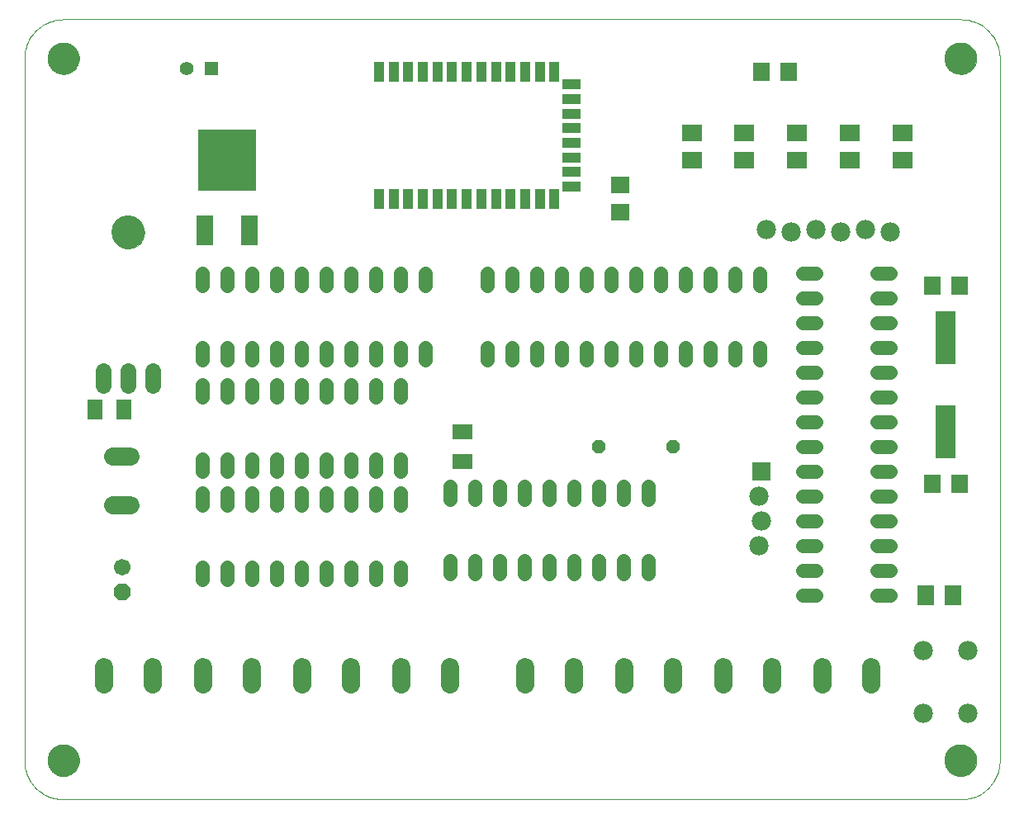
<source format=gts>
G75*
G70*
%OFA0B0*%
%FSLAX24Y24*%
%IPPOS*%
%LPD*%
%AMOC8*
5,1,8,0,0,1.08239X$1,22.5*
%
%ADD10C,0.0560*%
%ADD11OC8,0.0560*%
%ADD12C,0.0745*%
%ADD13OC8,0.0670*%
%ADD14C,0.0670*%
%ADD15R,0.0800X0.2140*%
%ADD16R,0.0670X0.0749*%
%ADD17R,0.0670X0.0827*%
%ADD18R,0.0780X0.0780*%
%ADD19C,0.0780*%
%ADD20C,0.0640*%
%ADD21C,0.0000*%
%ADD22C,0.1340*%
%ADD23R,0.0827X0.0631*%
%ADD24R,0.0631X0.0827*%
%ADD25C,0.1300*%
%ADD26R,0.0434X0.0827*%
%ADD27R,0.0749X0.0434*%
%ADD28R,0.0670X0.1221*%
%ADD29R,0.2323X0.2481*%
%ADD30R,0.0749X0.0670*%
%ADD31R,0.0827X0.0670*%
%ADD32R,0.0555X0.0555*%
%ADD33C,0.0555*%
D10*
X011816Y051557D02*
X011816Y052077D01*
X012816Y052077D02*
X012816Y051557D01*
X013816Y051557D02*
X013816Y052077D01*
X014816Y052077D02*
X014816Y051557D01*
X015816Y051557D02*
X015816Y052077D01*
X016816Y052077D02*
X016816Y051557D01*
X017816Y051557D02*
X017816Y052077D01*
X018816Y052077D02*
X018816Y051557D01*
X019816Y051557D02*
X019816Y052077D01*
X021816Y052327D02*
X021816Y051807D01*
X022816Y051807D02*
X022816Y052327D01*
X023816Y052327D02*
X023816Y051807D01*
X024816Y051807D02*
X024816Y052327D01*
X025816Y052327D02*
X025816Y051807D01*
X026816Y051807D02*
X026816Y052327D01*
X027816Y052327D02*
X027816Y051807D01*
X028816Y051807D02*
X028816Y052327D01*
X029816Y052327D02*
X029816Y051807D01*
X029816Y054807D02*
X029816Y055327D01*
X028816Y055327D02*
X028816Y054807D01*
X027816Y054807D02*
X027816Y055327D01*
X026816Y055327D02*
X026816Y054807D01*
X025816Y054807D02*
X025816Y055327D01*
X024816Y055327D02*
X024816Y054807D01*
X023816Y054807D02*
X023816Y055327D01*
X022816Y055327D02*
X022816Y054807D01*
X021816Y054807D02*
X021816Y055327D01*
X019816Y055077D02*
X019816Y054557D01*
X019816Y055932D02*
X019816Y056452D01*
X018816Y056452D02*
X018816Y055932D01*
X018816Y055077D02*
X018816Y054557D01*
X017816Y054557D02*
X017816Y055077D01*
X017816Y055932D02*
X017816Y056452D01*
X016816Y056452D02*
X016816Y055932D01*
X016816Y055077D02*
X016816Y054557D01*
X015816Y054557D02*
X015816Y055077D01*
X015816Y055932D02*
X015816Y056452D01*
X014816Y056452D02*
X014816Y055932D01*
X014816Y055077D02*
X014816Y054557D01*
X013816Y054557D02*
X013816Y055077D01*
X013816Y055932D02*
X013816Y056452D01*
X012816Y056452D02*
X012816Y055932D01*
X012816Y055077D02*
X012816Y054557D01*
X011816Y054557D02*
X011816Y055077D01*
X011816Y055932D02*
X011816Y056452D01*
X011816Y058932D02*
X011816Y059452D01*
X011816Y060432D02*
X011816Y060952D01*
X012816Y060952D02*
X012816Y060432D01*
X012816Y059452D02*
X012816Y058932D01*
X013816Y058932D02*
X013816Y059452D01*
X013816Y060432D02*
X013816Y060952D01*
X014816Y060952D02*
X014816Y060432D01*
X014816Y059452D02*
X014816Y058932D01*
X015816Y058932D02*
X015816Y059452D01*
X015816Y060432D02*
X015816Y060952D01*
X016816Y060952D02*
X016816Y060432D01*
X016816Y059452D02*
X016816Y058932D01*
X017816Y058932D02*
X017816Y059452D01*
X017816Y060432D02*
X017816Y060952D01*
X018816Y060952D02*
X018816Y060432D01*
X018816Y059452D02*
X018816Y058932D01*
X019816Y058932D02*
X019816Y059452D01*
X019816Y060432D02*
X019816Y060952D01*
X020816Y060952D02*
X020816Y060432D01*
X020816Y063432D02*
X020816Y063952D01*
X019816Y063952D02*
X019816Y063432D01*
X018816Y063432D02*
X018816Y063952D01*
X017816Y063952D02*
X017816Y063432D01*
X016816Y063432D02*
X016816Y063952D01*
X015816Y063952D02*
X015816Y063432D01*
X014816Y063432D02*
X014816Y063952D01*
X013816Y063952D02*
X013816Y063432D01*
X012816Y063432D02*
X012816Y063952D01*
X011816Y063952D02*
X011816Y063432D01*
X023316Y063432D02*
X023316Y063952D01*
X024316Y063952D02*
X024316Y063432D01*
X025316Y063432D02*
X025316Y063952D01*
X026316Y063952D02*
X026316Y063432D01*
X027316Y063432D02*
X027316Y063952D01*
X028316Y063952D02*
X028316Y063432D01*
X029316Y063432D02*
X029316Y063952D01*
X030316Y063952D02*
X030316Y063432D01*
X031316Y063432D02*
X031316Y063952D01*
X032316Y063952D02*
X032316Y063432D01*
X033316Y063432D02*
X033316Y063952D01*
X034316Y063952D02*
X034316Y063432D01*
X036056Y062942D02*
X036576Y062942D01*
X036576Y061942D02*
X036056Y061942D01*
X036056Y060942D02*
X036576Y060942D01*
X036576Y059942D02*
X036056Y059942D01*
X036056Y058942D02*
X036576Y058942D01*
X036576Y057942D02*
X036056Y057942D01*
X036056Y056942D02*
X036576Y056942D01*
X036576Y055942D02*
X036056Y055942D01*
X036056Y054942D02*
X036576Y054942D01*
X036576Y053942D02*
X036056Y053942D01*
X036056Y052942D02*
X036576Y052942D01*
X036576Y051942D02*
X036056Y051942D01*
X036056Y050942D02*
X036576Y050942D01*
X039056Y050942D02*
X039576Y050942D01*
X039576Y051942D02*
X039056Y051942D01*
X039056Y052942D02*
X039576Y052942D01*
X039576Y053942D02*
X039056Y053942D01*
X039056Y054942D02*
X039576Y054942D01*
X039576Y055942D02*
X039056Y055942D01*
X039056Y056942D02*
X039576Y056942D01*
X039576Y057942D02*
X039056Y057942D01*
X039056Y058942D02*
X039576Y058942D01*
X039576Y059942D02*
X039056Y059942D01*
X039056Y060942D02*
X039576Y060942D01*
X039576Y061942D02*
X039056Y061942D01*
X039056Y062942D02*
X039576Y062942D01*
X039576Y063942D02*
X039056Y063942D01*
X036576Y063942D02*
X036056Y063942D01*
X034316Y060952D02*
X034316Y060432D01*
X033316Y060432D02*
X033316Y060952D01*
X032316Y060952D02*
X032316Y060432D01*
X031316Y060432D02*
X031316Y060952D01*
X030316Y060952D02*
X030316Y060432D01*
X029316Y060432D02*
X029316Y060952D01*
X028316Y060952D02*
X028316Y060432D01*
X027316Y060432D02*
X027316Y060952D01*
X026316Y060952D02*
X026316Y060432D01*
X025316Y060432D02*
X025316Y060952D01*
X024316Y060952D02*
X024316Y060432D01*
X023316Y060432D02*
X023316Y060952D01*
D11*
X027816Y056942D03*
X030816Y056942D03*
D12*
X030800Y048045D02*
X030800Y047340D01*
X028831Y047340D02*
X028831Y048045D01*
X026800Y048045D02*
X026800Y047340D01*
X024831Y047340D02*
X024831Y048045D01*
X021800Y048045D02*
X021800Y047340D01*
X019831Y047340D02*
X019831Y048045D01*
X017800Y048045D02*
X017800Y047340D01*
X015831Y047340D02*
X015831Y048045D01*
X013800Y048045D02*
X013800Y047340D01*
X011831Y047340D02*
X011831Y048045D01*
X009800Y048045D02*
X009800Y047340D01*
X007831Y047340D02*
X007831Y048045D01*
X008213Y054583D02*
X008918Y054583D01*
X008918Y056551D02*
X008213Y056551D01*
X032831Y048045D02*
X032831Y047340D01*
X034800Y047340D02*
X034800Y048045D01*
X036831Y048045D02*
X036831Y047340D01*
X038800Y047340D02*
X038800Y048045D01*
D13*
X008566Y051067D03*
D14*
X008566Y052067D03*
D15*
X041816Y057542D03*
X041816Y061342D03*
D16*
X042367Y063442D03*
X041265Y063442D03*
X041265Y055442D03*
X042367Y055442D03*
X035492Y072067D03*
X034390Y072067D03*
D17*
X041015Y050942D03*
X042117Y050942D03*
D18*
X034366Y055942D03*
D19*
X034266Y054942D03*
X034366Y053942D03*
X034266Y052942D03*
X040926Y048722D03*
X040926Y046162D03*
X042706Y046162D03*
X042706Y048722D03*
X039566Y065592D03*
X038566Y065692D03*
X037566Y065592D03*
X036566Y065692D03*
X035566Y065592D03*
X034566Y065692D03*
D20*
X009816Y059992D02*
X009816Y059392D01*
X008816Y059392D02*
X008816Y059992D01*
X007816Y059992D02*
X007816Y059392D01*
D21*
X006206Y042694D02*
X042426Y042694D01*
X041796Y044269D02*
X041798Y044319D01*
X041804Y044369D01*
X041814Y044418D01*
X041828Y044466D01*
X041845Y044513D01*
X041866Y044558D01*
X041891Y044602D01*
X041919Y044643D01*
X041951Y044682D01*
X041985Y044719D01*
X042022Y044753D01*
X042062Y044783D01*
X042104Y044810D01*
X042148Y044834D01*
X042194Y044855D01*
X042241Y044871D01*
X042289Y044884D01*
X042339Y044893D01*
X042388Y044898D01*
X042439Y044899D01*
X042489Y044896D01*
X042538Y044889D01*
X042587Y044878D01*
X042635Y044863D01*
X042681Y044845D01*
X042726Y044823D01*
X042769Y044797D01*
X042810Y044768D01*
X042849Y044736D01*
X042885Y044701D01*
X042917Y044663D01*
X042947Y044623D01*
X042974Y044580D01*
X042997Y044536D01*
X043016Y044490D01*
X043032Y044442D01*
X043044Y044393D01*
X043052Y044344D01*
X043056Y044294D01*
X043056Y044244D01*
X043052Y044194D01*
X043044Y044145D01*
X043032Y044096D01*
X043016Y044048D01*
X042997Y044002D01*
X042974Y043958D01*
X042947Y043915D01*
X042917Y043875D01*
X042885Y043837D01*
X042849Y043802D01*
X042810Y043770D01*
X042769Y043741D01*
X042726Y043715D01*
X042681Y043693D01*
X042635Y043675D01*
X042587Y043660D01*
X042538Y043649D01*
X042489Y043642D01*
X042439Y043639D01*
X042388Y043640D01*
X042339Y043645D01*
X042289Y043654D01*
X042241Y043667D01*
X042194Y043683D01*
X042148Y043704D01*
X042104Y043728D01*
X042062Y043755D01*
X042022Y043785D01*
X041985Y043819D01*
X041951Y043856D01*
X041919Y043895D01*
X041891Y043936D01*
X041866Y043980D01*
X041845Y044025D01*
X041828Y044072D01*
X041814Y044120D01*
X041804Y044169D01*
X041798Y044219D01*
X041796Y044269D01*
X042426Y042694D02*
X042503Y042696D01*
X042580Y042702D01*
X042657Y042711D01*
X042733Y042724D01*
X042809Y042741D01*
X042883Y042762D01*
X042957Y042786D01*
X043029Y042814D01*
X043099Y042845D01*
X043168Y042880D01*
X043236Y042918D01*
X043301Y042959D01*
X043364Y043004D01*
X043425Y043052D01*
X043484Y043102D01*
X043540Y043155D01*
X043593Y043211D01*
X043643Y043270D01*
X043691Y043331D01*
X043736Y043394D01*
X043777Y043459D01*
X043815Y043527D01*
X043850Y043596D01*
X043881Y043666D01*
X043909Y043738D01*
X043933Y043812D01*
X043954Y043886D01*
X043971Y043962D01*
X043984Y044038D01*
X043993Y044115D01*
X043999Y044192D01*
X044001Y044269D01*
X044001Y072615D01*
X041796Y072615D02*
X041798Y072665D01*
X041804Y072715D01*
X041814Y072764D01*
X041828Y072812D01*
X041845Y072859D01*
X041866Y072904D01*
X041891Y072948D01*
X041919Y072989D01*
X041951Y073028D01*
X041985Y073065D01*
X042022Y073099D01*
X042062Y073129D01*
X042104Y073156D01*
X042148Y073180D01*
X042194Y073201D01*
X042241Y073217D01*
X042289Y073230D01*
X042339Y073239D01*
X042388Y073244D01*
X042439Y073245D01*
X042489Y073242D01*
X042538Y073235D01*
X042587Y073224D01*
X042635Y073209D01*
X042681Y073191D01*
X042726Y073169D01*
X042769Y073143D01*
X042810Y073114D01*
X042849Y073082D01*
X042885Y073047D01*
X042917Y073009D01*
X042947Y072969D01*
X042974Y072926D01*
X042997Y072882D01*
X043016Y072836D01*
X043032Y072788D01*
X043044Y072739D01*
X043052Y072690D01*
X043056Y072640D01*
X043056Y072590D01*
X043052Y072540D01*
X043044Y072491D01*
X043032Y072442D01*
X043016Y072394D01*
X042997Y072348D01*
X042974Y072304D01*
X042947Y072261D01*
X042917Y072221D01*
X042885Y072183D01*
X042849Y072148D01*
X042810Y072116D01*
X042769Y072087D01*
X042726Y072061D01*
X042681Y072039D01*
X042635Y072021D01*
X042587Y072006D01*
X042538Y071995D01*
X042489Y071988D01*
X042439Y071985D01*
X042388Y071986D01*
X042339Y071991D01*
X042289Y072000D01*
X042241Y072013D01*
X042194Y072029D01*
X042148Y072050D01*
X042104Y072074D01*
X042062Y072101D01*
X042022Y072131D01*
X041985Y072165D01*
X041951Y072202D01*
X041919Y072241D01*
X041891Y072282D01*
X041866Y072326D01*
X041845Y072371D01*
X041828Y072418D01*
X041814Y072466D01*
X041804Y072515D01*
X041798Y072565D01*
X041796Y072615D01*
X042426Y074190D02*
X042503Y074188D01*
X042580Y074182D01*
X042657Y074173D01*
X042733Y074160D01*
X042809Y074143D01*
X042883Y074122D01*
X042957Y074098D01*
X043029Y074070D01*
X043099Y074039D01*
X043168Y074004D01*
X043236Y073966D01*
X043301Y073925D01*
X043364Y073880D01*
X043425Y073832D01*
X043484Y073782D01*
X043540Y073729D01*
X043593Y073673D01*
X043643Y073614D01*
X043691Y073553D01*
X043736Y073490D01*
X043777Y073425D01*
X043815Y073357D01*
X043850Y073288D01*
X043881Y073218D01*
X043909Y073146D01*
X043933Y073072D01*
X043954Y072998D01*
X043971Y072922D01*
X043984Y072846D01*
X043993Y072769D01*
X043999Y072692D01*
X044001Y072615D01*
X042426Y074190D02*
X006206Y074190D01*
X005576Y072615D02*
X005578Y072665D01*
X005584Y072715D01*
X005594Y072764D01*
X005608Y072812D01*
X005625Y072859D01*
X005646Y072904D01*
X005671Y072948D01*
X005699Y072989D01*
X005731Y073028D01*
X005765Y073065D01*
X005802Y073099D01*
X005842Y073129D01*
X005884Y073156D01*
X005928Y073180D01*
X005974Y073201D01*
X006021Y073217D01*
X006069Y073230D01*
X006119Y073239D01*
X006168Y073244D01*
X006219Y073245D01*
X006269Y073242D01*
X006318Y073235D01*
X006367Y073224D01*
X006415Y073209D01*
X006461Y073191D01*
X006506Y073169D01*
X006549Y073143D01*
X006590Y073114D01*
X006629Y073082D01*
X006665Y073047D01*
X006697Y073009D01*
X006727Y072969D01*
X006754Y072926D01*
X006777Y072882D01*
X006796Y072836D01*
X006812Y072788D01*
X006824Y072739D01*
X006832Y072690D01*
X006836Y072640D01*
X006836Y072590D01*
X006832Y072540D01*
X006824Y072491D01*
X006812Y072442D01*
X006796Y072394D01*
X006777Y072348D01*
X006754Y072304D01*
X006727Y072261D01*
X006697Y072221D01*
X006665Y072183D01*
X006629Y072148D01*
X006590Y072116D01*
X006549Y072087D01*
X006506Y072061D01*
X006461Y072039D01*
X006415Y072021D01*
X006367Y072006D01*
X006318Y071995D01*
X006269Y071988D01*
X006219Y071985D01*
X006168Y071986D01*
X006119Y071991D01*
X006069Y072000D01*
X006021Y072013D01*
X005974Y072029D01*
X005928Y072050D01*
X005884Y072074D01*
X005842Y072101D01*
X005802Y072131D01*
X005765Y072165D01*
X005731Y072202D01*
X005699Y072241D01*
X005671Y072282D01*
X005646Y072326D01*
X005625Y072371D01*
X005608Y072418D01*
X005594Y072466D01*
X005584Y072515D01*
X005578Y072565D01*
X005576Y072615D01*
X004631Y072615D02*
X004633Y072692D01*
X004639Y072769D01*
X004648Y072846D01*
X004661Y072922D01*
X004678Y072998D01*
X004699Y073072D01*
X004723Y073146D01*
X004751Y073218D01*
X004782Y073288D01*
X004817Y073357D01*
X004855Y073425D01*
X004896Y073490D01*
X004941Y073553D01*
X004989Y073614D01*
X005039Y073673D01*
X005092Y073729D01*
X005148Y073782D01*
X005207Y073832D01*
X005268Y073880D01*
X005331Y073925D01*
X005396Y073966D01*
X005464Y074004D01*
X005533Y074039D01*
X005603Y074070D01*
X005675Y074098D01*
X005749Y074122D01*
X005823Y074143D01*
X005899Y074160D01*
X005975Y074173D01*
X006052Y074182D01*
X006129Y074188D01*
X006206Y074190D01*
X004631Y072615D02*
X004631Y044269D01*
X005576Y044269D02*
X005578Y044319D01*
X005584Y044369D01*
X005594Y044418D01*
X005608Y044466D01*
X005625Y044513D01*
X005646Y044558D01*
X005671Y044602D01*
X005699Y044643D01*
X005731Y044682D01*
X005765Y044719D01*
X005802Y044753D01*
X005842Y044783D01*
X005884Y044810D01*
X005928Y044834D01*
X005974Y044855D01*
X006021Y044871D01*
X006069Y044884D01*
X006119Y044893D01*
X006168Y044898D01*
X006219Y044899D01*
X006269Y044896D01*
X006318Y044889D01*
X006367Y044878D01*
X006415Y044863D01*
X006461Y044845D01*
X006506Y044823D01*
X006549Y044797D01*
X006590Y044768D01*
X006629Y044736D01*
X006665Y044701D01*
X006697Y044663D01*
X006727Y044623D01*
X006754Y044580D01*
X006777Y044536D01*
X006796Y044490D01*
X006812Y044442D01*
X006824Y044393D01*
X006832Y044344D01*
X006836Y044294D01*
X006836Y044244D01*
X006832Y044194D01*
X006824Y044145D01*
X006812Y044096D01*
X006796Y044048D01*
X006777Y044002D01*
X006754Y043958D01*
X006727Y043915D01*
X006697Y043875D01*
X006665Y043837D01*
X006629Y043802D01*
X006590Y043770D01*
X006549Y043741D01*
X006506Y043715D01*
X006461Y043693D01*
X006415Y043675D01*
X006367Y043660D01*
X006318Y043649D01*
X006269Y043642D01*
X006219Y043639D01*
X006168Y043640D01*
X006119Y043645D01*
X006069Y043654D01*
X006021Y043667D01*
X005974Y043683D01*
X005928Y043704D01*
X005884Y043728D01*
X005842Y043755D01*
X005802Y043785D01*
X005765Y043819D01*
X005731Y043856D01*
X005699Y043895D01*
X005671Y043936D01*
X005646Y043980D01*
X005625Y044025D01*
X005608Y044072D01*
X005594Y044120D01*
X005584Y044169D01*
X005578Y044219D01*
X005576Y044269D01*
X004631Y044269D02*
X004633Y044192D01*
X004639Y044115D01*
X004648Y044038D01*
X004661Y043962D01*
X004678Y043886D01*
X004699Y043812D01*
X004723Y043738D01*
X004751Y043666D01*
X004782Y043596D01*
X004817Y043527D01*
X004855Y043459D01*
X004896Y043394D01*
X004941Y043331D01*
X004989Y043270D01*
X005039Y043211D01*
X005092Y043155D01*
X005148Y043102D01*
X005207Y043052D01*
X005268Y043004D01*
X005331Y042959D01*
X005396Y042918D01*
X005464Y042880D01*
X005533Y042845D01*
X005603Y042814D01*
X005675Y042786D01*
X005749Y042762D01*
X005823Y042741D01*
X005899Y042724D01*
X005975Y042711D01*
X006052Y042702D01*
X006129Y042696D01*
X006206Y042694D01*
X008166Y065592D02*
X008168Y065642D01*
X008174Y065692D01*
X008184Y065742D01*
X008197Y065790D01*
X008214Y065838D01*
X008235Y065884D01*
X008259Y065928D01*
X008287Y065970D01*
X008318Y066010D01*
X008352Y066047D01*
X008389Y066082D01*
X008428Y066113D01*
X008469Y066142D01*
X008513Y066167D01*
X008559Y066189D01*
X008606Y066207D01*
X008654Y066221D01*
X008703Y066232D01*
X008753Y066239D01*
X008803Y066242D01*
X008854Y066241D01*
X008904Y066236D01*
X008954Y066227D01*
X009002Y066215D01*
X009050Y066198D01*
X009096Y066178D01*
X009141Y066155D01*
X009184Y066128D01*
X009224Y066098D01*
X009262Y066065D01*
X009297Y066029D01*
X009330Y065990D01*
X009359Y065949D01*
X009385Y065906D01*
X009408Y065861D01*
X009427Y065814D01*
X009442Y065766D01*
X009454Y065717D01*
X009462Y065667D01*
X009466Y065617D01*
X009466Y065567D01*
X009462Y065517D01*
X009454Y065467D01*
X009442Y065418D01*
X009427Y065370D01*
X009408Y065323D01*
X009385Y065278D01*
X009359Y065235D01*
X009330Y065194D01*
X009297Y065155D01*
X009262Y065119D01*
X009224Y065086D01*
X009184Y065056D01*
X009141Y065029D01*
X009096Y065006D01*
X009050Y064986D01*
X009002Y064969D01*
X008954Y064957D01*
X008904Y064948D01*
X008854Y064943D01*
X008803Y064942D01*
X008753Y064945D01*
X008703Y064952D01*
X008654Y064963D01*
X008606Y064977D01*
X008559Y064995D01*
X008513Y065017D01*
X008469Y065042D01*
X008428Y065071D01*
X008389Y065102D01*
X008352Y065137D01*
X008318Y065174D01*
X008287Y065214D01*
X008259Y065256D01*
X008235Y065300D01*
X008214Y065346D01*
X008197Y065394D01*
X008184Y065442D01*
X008174Y065492D01*
X008168Y065542D01*
X008166Y065592D01*
D22*
X008816Y065592D03*
D23*
X022316Y057533D03*
X022316Y056352D03*
D24*
X008656Y058442D03*
X007475Y058442D03*
D25*
X006206Y072615D03*
X006206Y044269D03*
X042426Y044269D03*
X042426Y072615D03*
D26*
X026027Y072060D03*
X025437Y072060D03*
X024846Y072060D03*
X024256Y072060D03*
X023665Y072060D03*
X023075Y072060D03*
X022484Y072060D03*
X021894Y072060D03*
X021303Y072060D03*
X020712Y072060D03*
X020122Y072060D03*
X019531Y072060D03*
X018941Y072060D03*
X018941Y066942D03*
X019531Y066942D03*
X020122Y066942D03*
X020712Y066942D03*
X021303Y066942D03*
X021894Y066942D03*
X022484Y066942D03*
X023075Y066942D03*
X023665Y066942D03*
X024256Y066942D03*
X024846Y066942D03*
X025437Y066942D03*
X026027Y066942D03*
D27*
X026716Y067434D03*
X026716Y068025D03*
X026716Y068615D03*
X026716Y069206D03*
X026716Y069796D03*
X026716Y070387D03*
X026716Y070978D03*
X026716Y071568D03*
D28*
X013713Y065677D03*
X011918Y065677D03*
D29*
X012816Y068504D03*
D30*
X028691Y067493D03*
X028691Y066391D03*
D31*
X031566Y068516D03*
X031566Y069618D03*
X033691Y069618D03*
X033691Y068516D03*
X035816Y068516D03*
X035816Y069618D03*
X037941Y069618D03*
X037941Y068516D03*
X040066Y068516D03*
X040066Y069618D03*
D32*
X012191Y072192D03*
D33*
X011191Y072192D03*
M02*

</source>
